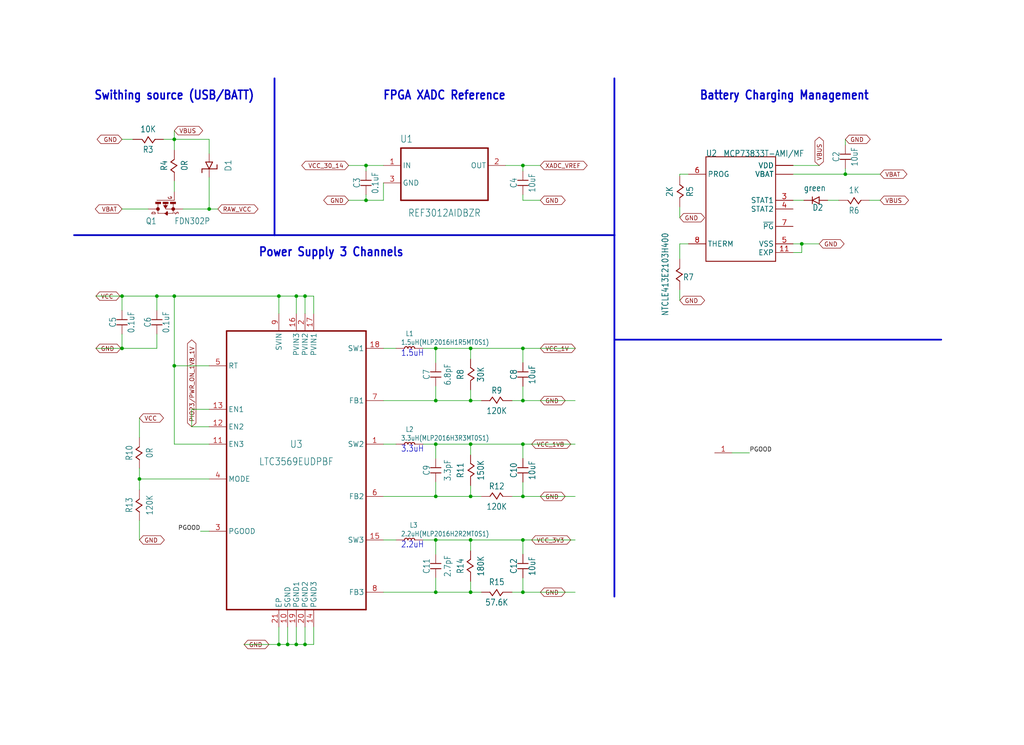
<source format=kicad_sch>
(kicad_sch (version 20250114) (generator "eeschema") (generator_version "9.0")
  (paper "User" 298.45 217.322)
  (lib_symbols
    (symbol "env-eagle-import:CAPACITOR0402"
      (property "Reference" "C" (at 0 1.714 0))
      (symbol "CAPACITOR0402_1_0"
        (polyline (pts (xy -0.762 1.524) (xy -0.762 -1.524)) (stroke (width 0.254)))
        (polyline (pts (xy 0.762 -1.524) (xy 0.762 1.524)) (stroke (width 0.254)))
        (pin bidirectional line (at -3.46 0 0) (length 2.54) (name "P$1") (number "1"))
        (pin bidirectional line (at 3.46 0 180) (length 2.54) (name "P$2") (number "2"))
      )
    )
    (symbol "env-eagle-import:CAPACITOR0603"
      (property "Reference" "C" (at 0 1.714 0))
      (symbol "CAPACITOR0603_1_0"
        (polyline (pts (xy -0.762 1.524) (xy -0.762 -1.524)) (stroke (width 0.254)))
        (polyline (pts (xy 0.762 -1.524) (xy 0.762 1.524)) (stroke (width 0.254)))
        (pin bidirectional line (at -3.46 0 0) (length 2.54) (name "P$1") (number "1"))
        (pin bidirectional line (at 3.46 0 180) (length 2.54) (name "P$2") (number "2"))
      )
    )
    (symbol "env-eagle-import:CAPACITOR0805"
      (property "Reference" "C" (at 0 1.714 0))
      (symbol "CAPACITOR0805_1_0"
        (polyline (pts (xy -0.762 1.524) (xy -0.762 -1.524)) (stroke (width 0.254)))
        (polyline (pts (xy 0.762 -1.524) (xy 0.762 1.524)) (stroke (width 0.254)))
        (pin bidirectional line (at -3.46 0 0) (length 2.54) (name "P$1") (number "1"))
        (pin bidirectional line (at 3.46 0 180) (length 2.54) (name "P$2") (number "2"))
      )
    )
    (symbol "env-eagle-import:FDN302P"
      (property "Reference" "Q" (at 2.5427 0 0))
      (symbol "FDN302P_1_0"
        (polyline (pts (xy -2.54 -2.54) (xy -2.54 2.54)) (stroke (width 0.1524)))
        (rectangle (start -2.0358 -2.9265) (end -1.524 -1.397) (fill (type outline)))
        (rectangle (start -2.0337 1.3982) (end -1.524 2.9209) (fill (type outline)))
        (rectangle (start -2.0323 -0.7621) (end -1.524 0.762) (fill (type outline)))
        (polyline (pts (xy -1.905 -2.2225) (xy 0 -2.2225)) (stroke (width 0.1524)))
        (polyline (pts (xy -1.5875 2.2225) (xy 0 2.2225)) (stroke (width 0.1524)))
        (polyline (pts (xy -1.0795 0) (xy -1.905 0)) (stroke (width 0.1524)))
        (polyline (pts (xy -0.0635 0) (xy -1.0795 0.635) (xy -1.0795 -0.635)) (stroke (width 0.1016)) (fill (type outline)))
        (polyline (pts (xy 0 2.54) (xy 0 2.2225)) (stroke (width 0.1524)))
        (circle (center 0 2.2225) (radius 0.127) (stroke (width 0.4064)))
        (polyline (pts (xy 0 2.2225) (xy 1.27 2.2225)) (stroke (width 0.1524)))
        (polyline (pts (xy 0 0) (xy 0 -2.2225)) (stroke (width 0.1524)))
        (polyline (pts (xy 0 -2.2225) (xy 0 -2.54)) (stroke (width 0.1524)))
        (circle (center 0 -2.2225) (radius 0.127) (stroke (width 0.4064)))
        (polyline (pts (xy 1.27 2.2225) (xy 1.27 -2.2225)) (stroke (width 0.1524)))
        (polyline (pts (xy 1.27 0.3175) (xy 1.778 -0.4445) (xy 0.762 -0.4445)) (stroke (width 0.1524)) (fill (type outline)))
        (polyline (pts (xy 1.27 -2.2225) (xy 0 -2.2225)) (stroke (width 0.1524)))
        (rectangle (start 1.778 -0.3174) (end 0.7632 -0.5723) (fill (type outline)))
        (text "G" (at -3.8139 -1.9069 0) (effects (font (size 1.017 0.8644)) (justify left bottom)))
        (text "D" (at 0.6357 2.8607 0) (effects (font (size 1.0171 0.8645)) (justify left bottom)))
        (text "S" (at 0.636 -3.8164 0) (effects (font (size 1.0177 0.865)) (justify left bottom)))
        (pin passive line (at -5.08 -2.54 0) (length 2.54) (name "G") (number "1"))
        (pin passive line (at 0 5.08 270) (length 2.54) (name "D") (number "3"))
        (pin passive line (at 0 -5.08 90) (length 2.54) (name "S") (number "2"))
      )
    )
    (symbol "env-eagle-import:INDUCTORDFE201612E-R33M=P2"
      (property "Reference" "L" (at 0 3.54 0))
      (symbol "INDUCTORDFE201612E-R33M=P2_1_0"
        (arc (start -1.5 0) (mid -1 0.5) (end -0.5 0) (stroke (width 0.254)))
        (arc (start -0.5 0) (mid 0 0.5) (end 0.5 0) (stroke (width 0.254)))
        (arc (start 0.5 0) (mid 1 0.5) (end 1.5 0) (stroke (width 0.254)))
        (pin bidirectional line (at -3.96 0 0) (length 2.54) (name "P$1") (number "1"))
        (pin bidirectional line (at 3.96 0 180) (length 2.54) (name "P$2") (number "2"))
      )
    )
    (symbol "env-eagle-import:LED0402"
      (property "Reference" "D" (at -3 2 0))
      (symbol "LED0402_1_0"
        (polyline (pts (xy -1 1) (xy -1 -1)) (stroke (width 0.254)))
        (polyline (pts (xy -1 -1) (xy 1 0)) (stroke (width 0.254)))
        (polyline (pts (xy 1 1) (xy 1 0)) (stroke (width 0.254)))
        (polyline (pts (xy 1 0) (xy -1 1)) (stroke (width 0.254)))
        (polyline (pts (xy 1 0) (xy 1 -1)) (stroke (width 0.254)))
        (pin bidirectional line (at -3.46 0 0) (length 2.54) (name "1") (number "1"))
        (pin bidirectional line (at 3.46 0 180) (length 2.54) (name "2") (number "2"))
      )
    )
    (symbol "env-eagle-import:LTC3569EUDPBF"
      (property "Reference" "U" (at 0 2.54 0))
      (symbol "LTC3569EUDPBF_1_0"
        (polyline (pts (xy -20.32 35.56) (xy -20.32 -45.72)) (stroke (width 0.4064)))
        (polyline (pts (xy -20.32 -45.72) (xy 20.32 -45.72)) (stroke (width 0.4064)))
        (polyline (pts (xy 20.32 35.56) (xy -20.32 35.56)) (stroke (width 0.4064)))
        (polyline (pts (xy 20.32 -45.72) (xy 20.32 35.56)) (stroke (width 0.4064)))
        (pin passive line (at -25.4 25.4 0) (length 5.08) (name "RT") (number "5"))
        (pin input line (at -25.4 12.7 0) (length 5.08) (name "EN1") (number "13"))
        (pin input line (at -25.4 7.62 0) (length 5.08) (name "EN2") (number "12"))
        (pin input line (at -25.4 2.54 0) (length 5.08) (name "EN3") (number "11"))
        (pin input line (at -25.4 -7.62 0) (length 5.08) (name "MODE") (number "4"))
        (pin output line (at -25.4 -22.86 0) (length 5.08) (name "PGOOD") (number "3"))
        (pin power_in line (at -5.08 40.64 270) (length 5.08) (name "SVIN") (number "9"))
        (pin passive line (at -5.08 -50.8 90) (length 5.08) (name "EP") (number "21"))
        (pin passive line (at -2.54 -50.8 90) (length 5.08) (name "SGND") (number "10"))
        (pin power_in line (at 0 40.64 270) (length 5.08) (name "PVIN3") (number "16"))
        (pin passive line (at 0 -50.8 90) (length 5.08) (name "PGND1") (number "19"))
        (pin power_in line (at 2.54 40.64 270) (length 5.08) (name "PVIN2") (number "2"))
        (pin passive line (at 2.54 -50.8 90) (length 5.08) (name "PGND2") (number "20"))
        (pin power_in line (at 5.08 40.64 270) (length 5.08) (name "PVIN1") (number "17"))
        (pin passive line (at 5.08 -50.8 90) (length 5.08) (name "PGND3") (number "14"))
        (pin passive line (at 25.4 30.48 180) (length 5.08) (name "SW1") (number "18"))
        (pin input line (at 25.4 15.24 180) (length 5.08) (name "FB1") (number "7"))
        (pin passive line (at 25.4 2.54 180) (length 5.08) (name "SW2") (number "1"))
        (pin input line (at 25.4 -12.7 180) (length 5.08) (name "FB2") (number "6"))
        (pin passive line (at 25.4 -25.4 180) (length 5.08) (name "SW3") (number "15"))
        (pin input line (at 25.4 -40.64 180) (length 5.08) (name "FB3") (number "8"))
      )
    )
    (symbol "env-eagle-import:MCP73833T-AMI/MF"
      (property "Reference" "U" (at -10.1768 15.2652 0))
      (symbol "MCP73833T-AMI/MF_1_0"
        (polyline (pts (xy -10.16 15.24) (xy 10.16 15.24)) (stroke (width 0.254)))
        (polyline (pts (xy -10.16 -15.24) (xy -10.16 15.24)) (stroke (width 0.254)))
        (polyline (pts (xy 10.16 15.24) (xy 10.16 -15.24)) (stroke (width 0.254)))
        (polyline (pts (xy 10.16 -15.24) (xy -10.16 -15.24)) (stroke (width 0.254)))
        (pin bidirectional line (at -15.24 10.16 0) (length 5.08) (name "PROG") (number "6"))
        (pin bidirectional line (at -15.24 -10.16 0) (length 5.08) (name "THERM") (number "8"))
        (pin bidirectional line (at 15.24 12.7 180) (length 5.08) (name "VDD") (number "1"))
        (pin bidirectional line (at 15.24 12.7 180) (length 5.08) (name "VDD") (number "2"))
        (pin bidirectional line (at 15.24 10.16 180) (length 5.08) (name "VBAT") (number "10"))
        (pin bidirectional line (at 15.24 10.16 180) (length 5.08) (name "VBAT") (number "9"))
        (pin bidirectional line (at 15.24 2.54 180) (length 5.08) (name "STAT1") (number "3"))
        (pin bidirectional line (at 15.24 0 180) (length 5.08) (name "STAT2") (number "4"))
        (pin bidirectional line (at 15.24 -5.08 180) (length 5.08) (name "~{PG}") (number "7"))
        (pin bidirectional line (at 15.24 -10.16 180) (length 5.08) (name "VSS") (number "5"))
        (pin bidirectional line (at 15.24 -12.7 180) (length 5.08) (name "EXP") (number "11"))
      )
    )
    (symbol "env-eagle-import:REF3012AIDBZR"
      (property "Reference" "U" (at -5.3697 11.6762 0))
      (symbol "REF3012AIDBZR_1_0"
        (polyline (pts (xy -12.7 7.62) (xy -12.7 -7.62)) (stroke (width 0.4064)))
        (polyline (pts (xy -12.7 -7.62) (xy 12.7 -7.62)) (stroke (width 0.4064)))
        (polyline (pts (xy 12.7 7.62) (xy -12.7 7.62)) (stroke (width 0.4064)))
        (polyline (pts (xy 12.7 -7.62) (xy 12.7 7.62)) (stroke (width 0.4064)))
        (pin bidirectional line (at -17.78 2.54 0) (length 5.08) (name "IN") (number "1"))
        (pin bidirectional line (at -17.78 -2.54 0) (length 5.08) (name "GND") (number "3"))
        (pin output line (at 17.78 2.54 180) (length 5.08) (name "OUT") (number "2"))
      )
    )
    (symbol "env-eagle-import:RESISTORSMD_0402"
      (property "Reference" "R" (at 0 2 0))
      (symbol "RESISTORSMD_0402_1_0"
        (polyline (pts (xy -2 0) (xy -1.27 1.016)) (stroke (width 0.254)))
        (polyline (pts (xy -1.27 1.016) (xy 0 -0.762)) (stroke (width 0.254)))
        (polyline (pts (xy 0 -0.762) (xy 1.016 1.016)) (stroke (width 0.254)))
        (polyline (pts (xy 1.016 1.016) (xy 1.778 0)) (stroke (width 0.254)))
        (pin bidirectional line (at -4.46 0 0) (length 2.54) (name "1") (number "1"))
        (pin bidirectional line (at 4.46 0 180) (length 2.54) (name "2") (number "2"))
      )
    )
    (symbol "env-eagle-import:RESISTORTHT_THERMAL"
      (property "Reference" "R" (at 0 2 0))
      (symbol "RESISTORTHT_THERMAL_1_0"
        (polyline (pts (xy -2 0) (xy -1.27 1.016)) (stroke (width 0.254)))
        (polyline (pts (xy -1.27 1.016) (xy 0 -0.762)) (stroke (width 0.254)))
        (polyline (pts (xy 0 -0.762) (xy 1.016 1.016)) (stroke (width 0.254)))
        (polyline (pts (xy 1.016 1.016) (xy 1.778 0)) (stroke (width 0.254)))
        (pin bidirectional line (at -4.46 0 0) (length 2.54) (name "1") (number "P$1"))
        (pin bidirectional line (at 4.46 0 180) (length 2.54) (name "2") (number "P$2"))
      )
    )
    (symbol "env-eagle-import:SCHOTTKY_DIODEB5817W"
      (property "Reference" "D" (at 0 4.54 0))
      (symbol "SCHOTTKY_DIODEB5817W_1_0"
        (polyline (pts (xy -1 1) (xy -1 -1)) (stroke (width 0.254)))
        (polyline (pts (xy -1 -1) (xy 1 0)) (stroke (width 0.254)))
        (polyline (pts (xy 1 2.3) (xy -0.2 2.3)) (stroke (width 0.254)))
        (polyline (pts (xy 1 0) (xy -1 1)) (stroke (width 0.254)))
        (polyline (pts (xy 1 0) (xy 1 2.3)) (stroke (width 0.254)))
        (polyline (pts (xy 1 0) (xy 1 -2.1)) (stroke (width 0.254)))
        (polyline (pts (xy 1 -2.1) (xy 2.1 -2.1)) (stroke (width 0.254)))
        (pin bidirectional line (at -3.46 0 0) (length 2.54) (name "A") (number "2"))
        (pin bidirectional line (at 3.46 0 180) (length 2.54) (name "C") (number "1"))
      )
    )
    (symbol "env-eagle-import:TEST_POINTSMD"
      (symbol "TEST_POINTSMD_1_0"
        (pin bidirectional line (at -5.08 0 0) (length 5.08) (name ">NAME") (number "1"))
      )
    )
  )
  (text "3.3uH" (at 116.84 132.08 0) (effects (font (size 1.778 1.5113)) (justify left bottom)))
  (text "2.2uH" (at 116.84 160.02 0) (effects (font (size 1.778 1.5113)) (justify left bottom)))
  (text "FPGA XADC Reference" (at 129.54 27.94 0) (effects (font (size 2.54 2.159) (thickness 0.4318) (bold yes))))
  (text "Swithing source (USB/BATT)" (at 50.8 27.94 0) (effects (font (size 2.54 2.159) (thickness 0.4318) (bold yes))))
  (text "1.5uH" (at 116.84 104.14 0) (effects (font (size 1.778 1.5113)) (justify left bottom)))
  (text "Power Supply 3 Channels" (at 96.52 73.66 0) (effects (font (size 2.54 2.159) (thickness 0.4318) (bold yes))))
  (text "Battery Charging Management" (at 228.6 27.94 0) (effects (font (size 2.54 2.159) (thickness 0.4318) (bold yes))))
  (junction (at 83.82 187.96))
  (junction (at 127 116.84))
  (junction (at 152.4 129.54))
  (junction (at 137.16 172.72))
  (junction (at 127 157.48))
  (junction (at 50.8 106.68))
  (junction (at 137.16 144.78))
  (junction (at 35.56 101.6))
  (junction (at 106.68 48.26))
  (junction (at 127 129.54))
  (junction (at 152.4 157.48))
  (junction (at 40.64 139.7))
  (junction (at 137.16 157.48))
  (junction (at 127 172.72))
  (junction (at 88.9 86.36))
  (junction (at 152.4 101.6))
  (junction (at 106.68 58.42))
  (junction (at 50.8 86.36))
  (junction (at 127 144.78))
  (junction (at 152.4 144.78))
  (junction (at 86.36 187.96))
  (junction (at 137.16 116.84))
  (junction (at 60.96 60.96))
  (junction (at 152.4 48.26))
  (junction (at 81.28 86.36))
  (junction (at 127 101.6))
  (junction (at 152.4 172.72))
  (junction (at 137.16 101.6))
  (junction (at 81.28 187.96))
  (junction (at 246.38 50.8))
  (junction (at 233.68 71.12))
  (junction (at 152.4 116.84))
  (junction (at 45.72 86.36))
  (junction (at 35.56 86.36))
  (junction (at 86.36 86.36))
  (junction (at 88.9 187.96))
  (junction (at 50.8 40.64))
  (junction (at 137.16 129.54))
  (wire (pts (xy 246.38 49.18) (xy 246.38 50.8)) (stroke (width 0.1524)))
  (wire (pts (xy 152.4 101.6) (xy 167.64 101.6)) (stroke (width 0.1524)))
  (wire (pts (xy 86.36 182.88) (xy 86.36 187.96)) (stroke (width 0.1524)))
  (wire (pts (xy 50.8 86.36) (xy 81.28 86.36)) (stroke (width 0.1524)))
  (wire (pts (xy 60.96 119.38) (xy 55.88 119.38)) (stroke (width 0.1524)))
  (wire (pts (xy 198.12 60.34) (xy 198.12 63.5)) (stroke (width 0.1524)))
  (wire (pts (xy 50.8 40.64) (xy 47.64 40.64)) (stroke (width 0.1524)))
  (wire (pts (xy 81.28 182.88) (xy 81.28 187.96)) (stroke (width 0.1524)))
  (wire (pts (xy 88.9 187.96) (xy 86.36 187.96)) (stroke (width 0.1524)))
  (wire (pts (xy 137.16 132.7) (xy 137.16 129.54)) (stroke (width 0.1524)))
  (wire (pts (xy 40.64 151.78) (xy 40.64 157.48)) (stroke (width 0.1524)))
  (wire (pts (xy 152.4 48.26) (xy 157.48 48.26)) (stroke (width 0.1524)))
  (wire (pts (xy 127 161.64) (xy 127 157.48)) (stroke (width 0.1524)))
  (wire (pts (xy 137.16 113.68) (xy 137.16 116.84)) (stroke (width 0.1524)))
  (wire (pts (xy 60.96 60.96) (xy 60.96 51.72)) (stroke (width 0.1524)))
  (wire (pts (xy 231.14 50.8) (xy 246.38 50.8)) (stroke (width 0.1524)))
  (wire (pts (xy 127 144.78) (xy 111.76 144.78)) (stroke (width 0.1524)))
  (wire (pts (xy 83.82 182.88) (xy 83.82 187.96)) (stroke (width 0.1524)))
  (wire (pts (xy 127 140.62) (xy 127 144.78)) (stroke (width 0.1524)))
  (wire (pts (xy 137.16 116.84) (xy 140.32 116.84)) (stroke (width 0.1524)))
  (wire (pts (xy 137.16 101.6) (xy 152.4 101.6)) (stroke (width 0.1524)))
  (wire (pts (xy 83.82 187.96) (xy 81.28 187.96)) (stroke (width 0.1524)))
  (wire (pts (xy 60.96 106.68) (xy 50.8 106.68)) (stroke (width 0.1524)))
  (wire (pts (xy 91.44 182.88) (xy 91.44 187.96)) (stroke (width 0.1524)))
  (wire (pts (xy 111.76 53.34) (xy 111.76 58.42)) (stroke (width 0.1524)))
  (wire (pts (xy 137.16 141.62) (xy 137.16 144.78)) (stroke (width 0.1524)))
  (wire (pts (xy 152.4 56.8) (xy 152.4 58.42)) (stroke (width 0.1524)))
  (wire (pts (xy 198.12 84.47) (xy 198.12 87.63)) (stroke (width 0.1524)))
  (wire (pts (xy 60.96 139.7) (xy 40.64 139.7)) (stroke (width 0.1524)))
  (wire (pts (xy 241.22 58.42) (xy 244.46 58.42)) (stroke (width 0.1524)))
  (wire (pts (xy 198.12 71.12) (xy 200.66 71.12)) (stroke (width 0.1524)))
  (wire (pts (xy 137.16 129.54) (xy 152.4 129.54)) (stroke (width 0.1524)))
  (wire (pts (xy 152.4 116.84) (xy 167.64 116.84)) (stroke (width 0.1524)))
  (wire (pts (xy 152.4 144.78) (xy 167.64 144.78)) (stroke (width 0.1524)))
  (wire (pts (xy 60.96 60.96) (xy 63.5 60.96)) (stroke (width 0.1524)))
  (polyline (pts (xy 80.01 68.58) (xy 80.01 22.86)) (stroke (width 0.508) (type solid)))
  (wire (pts (xy 50.8 106.68) (xy 50.8 86.36)) (stroke (width 0.1524)))
  (wire (pts (xy 106.68 48.26) (xy 101.6 48.26)) (stroke (width 0.1524)))
  (wire (pts (xy 123.34 129.54) (xy 127 129.54)) (stroke (width 0.1524)))
  (wire (pts (xy 35.56 86.36) (xy 45.72 86.36)) (stroke (width 0.1524)))
  (wire (pts (xy 35.56 90.52) (xy 35.56 86.36)) (stroke (width 0.1524)))
  (wire (pts (xy 60.96 44.8) (xy 60.96 40.64)) (stroke (width 0.1524)))
  (wire (pts (xy 50.8 43.8) (xy 50.8 40.64)) (stroke (width 0.1524)))
  (wire (pts (xy 231.14 73.66) (xy 233.68 73.66)) (stroke (width 0.1524)))
  (wire (pts (xy 152.4 58.42) (xy 157.48 58.42)) (stroke (width 0.1524)))
  (wire (pts (xy 88.9 182.88) (xy 88.9 187.96)) (stroke (width 0.1524)))
  (wire (pts (xy 35.56 101.6) (xy 27.94 101.6)) (stroke (width 0.1524)))
  (wire (pts (xy 137.16 144.78) (xy 140.32 144.78)) (stroke (width 0.1524)))
  (wire (pts (xy 152.4 172.72) (xy 149.24 172.72)) (stroke (width 0.1524)))
  (wire (pts (xy 53.34 60.96) (xy 60.96 60.96)) (stroke (width 0.1524)))
  (wire (pts (xy 127 133.7) (xy 127 129.54)) (stroke (width 0.1524)))
  (wire (pts (xy 106.68 49.88) (xy 106.68 48.26)) (stroke (width 0.1524)))
  (wire (pts (xy 233.68 71.12) (xy 238.76 71.12)) (stroke (width 0.1524)))
  (wire (pts (xy 152.4 172.72) (xy 167.64 172.72)) (stroke (width 0.1524)))
  (wire (pts (xy 140.32 172.72) (xy 137.16 172.72)) (stroke (width 0.1524)))
  (wire (pts (xy 152.4 133.7) (xy 152.4 129.54)) (stroke (width 0.1524)))
  (wire (pts (xy 198.12 75.55) (xy 198.12 71.12)) (stroke (width 0.1524)))
  (wire (pts (xy 127 144.78) (xy 137.16 144.78)) (stroke (width 0.1524)))
  (wire (pts (xy 198.12 51.42) (xy 198.12 50.8)) (stroke (width 0.1524)))
  (wire (pts (xy 137.16 104.76) (xy 137.16 101.6)) (stroke (width 0.1524)))
  (wire (pts (xy 147.32 48.26) (xy 152.4 48.26)) (stroke (width 0.1524)))
  (wire (pts (xy 91.44 86.36) (xy 91.44 91.44)) (stroke (width 0.1524)))
  (wire (pts (xy 88.9 86.36) (xy 91.44 86.36)) (stroke (width 0.1524)))
  (wire (pts (xy 137.16 172.72) (xy 127 172.72)) (stroke (width 0.1524)))
  (wire (pts (xy 127 112.68) (xy 127 116.84)) (stroke (width 0.1524)))
  (wire (pts (xy 231.14 48.26) (xy 238.76 48.26)) (stroke (width 0.1524)))
  (wire (pts (xy 152.4 105.76) (xy 152.4 101.6)) (stroke (width 0.1524)))
  (wire (pts (xy 152.4 129.54) (xy 167.64 129.54)) (stroke (width 0.1524)))
  (wire (pts (xy 233.68 73.66) (xy 233.68 71.12)) (stroke (width 0.1524)))
  (wire (pts (xy 152.4 112.68) (xy 152.4 116.84)) (stroke (width 0.1524)))
  (wire (pts (xy 198.12 50.8) (xy 200.66 50.8)) (stroke (width 0.1524)))
  (polyline (pts (xy 80.01 68.58) (xy 179.07 68.58)) (stroke (width 0.508) (type solid)))
  (wire (pts (xy 55.88 124.46) (xy 55.88 119.38)) (stroke (width 0.1524)))
  (wire (pts (xy 45.72 90.52) (xy 45.72 86.36)) (stroke (width 0.1524)))
  (wire (pts (xy 231.14 71.12) (xy 233.68 71.12)) (stroke (width 0.1524)))
  (wire (pts (xy 43.18 60.96) (xy 35.56 60.96)) (stroke (width 0.1524)))
  (wire (pts (xy 35.56 86.36) (xy 27.94 86.36)) (stroke (width 0.1524)))
  (wire (pts (xy 60.96 124.46) (xy 55.88 124.46)) (stroke (width 0.1524)))
  (wire (pts (xy 231.14 58.42) (xy 234.3 58.42)) (stroke (width 0.1524)))
  (wire (pts (xy 81.28 91.44) (xy 81.28 86.36)) (stroke (width 0.1524)))
  (wire (pts (xy 115.42 157.48) (xy 111.76 157.48)) (stroke (width 0.1524)))
  (wire (pts (xy 127 157.48) (xy 123.34 157.48)) (stroke (width 0.1524)))
  (wire (pts (xy 123.34 101.6) (xy 127 101.6)) (stroke (width 0.1524)))
  (wire (pts (xy 45.72 101.6) (xy 35.56 101.6)) (stroke (width 0.1524)))
  (wire (pts (xy 81.28 187.96) (xy 71.12 187.96)) (stroke (width 0.1524)))
  (wire (pts (xy 86.36 187.96) (xy 83.82 187.96)) (stroke (width 0.1524)))
  (wire (pts (xy 127 105.76) (xy 127 101.6)) (stroke (width 0.1524)))
  (wire (pts (xy 152.4 168.56) (xy 152.4 172.72)) (stroke (width 0.1524)))
  (wire (pts (xy 149.24 144.78) (xy 152.4 144.78)) (stroke (width 0.1524)))
  (wire (pts (xy 86.36 86.36) (xy 88.9 86.36)) (stroke (width 0.1524)))
  (wire (pts (xy 137.16 116.84) (xy 127 116.84)) (stroke (width 0.1524)))
  (polyline (pts (xy 179.07 68.58) (xy 179.07 22.86)) (stroke (width 0.508) (type solid)))
  (wire (pts (xy 137.16 160.64) (xy 137.16 157.48)) (stroke (width 0.1524)))
  (wire (pts (xy 35.56 97.44) (xy 35.56 101.6)) (stroke (width 0.1524)))
  (wire (pts (xy 86.36 91.44) (xy 86.36 86.36)) (stroke (width 0.1524)))
  (wire (pts (xy 152.4 157.48) (xy 137.16 157.48)) (stroke (width 0.1524)))
  (wire (pts (xy 149.24 116.84) (xy 152.4 116.84)) (stroke (width 0.1524)))
  (wire (pts (xy 111.76 172.72) (xy 127 172.72)) (stroke (width 0.1524)))
  (wire (pts (xy 137.16 169.56) (xy 137.16 172.72)) (stroke (width 0.1524)))
  (polyline (pts (xy 179.07 99.06) (xy 179.07 173.99)) (stroke (width 0.508) (type solid)))
  (wire (pts (xy 38.72 40.64) (xy 35.56 40.64)) (stroke (width 0.1524)))
  (polyline (pts (xy 179.07 68.58) (xy 179.07 99.06)) (stroke (width 0.508) (type solid)))
  (wire (pts (xy 106.68 58.42) (xy 101.6 58.42)) (stroke (width 0.1524)))
  (polyline (pts (xy 179.07 99.06) (xy 274.32 99.06)) (stroke (width 0.508) (type solid)))
  (wire (pts (xy 60.96 154.94) (xy 58.42 154.94)) (stroke (width 0.1524)))
  (wire (pts (xy 213.36 132.08) (xy 218.44 132.08)) (stroke (width 0.1524)))
  (wire (pts (xy 152.4 140.62) (xy 152.4 144.78)) (stroke (width 0.1524)))
  (wire (pts (xy 152.4 157.48) (xy 167.64 157.48)) (stroke (width 0.1524)))
  (wire (pts (xy 50.8 106.68) (xy 50.8 129.54)) (stroke (width 0.1524)))
  (wire (pts (xy 40.64 139.7) (xy 40.64 136.54)) (stroke (width 0.1524)))
  (wire (pts (xy 40.64 127.62) (xy 40.64 121.92)) (stroke (width 0.1524)))
  (wire (pts (xy 137.16 157.48) (xy 127 157.48)) (stroke (width 0.1524)))
  (wire (pts (xy 115.42 101.6) (xy 111.76 101.6)) (stroke (width 0.1524)))
  (wire (pts (xy 60.96 40.64) (xy 50.8 40.64)) (stroke (width 0.1524)))
  (wire (pts (xy 45.72 86.36) (xy 50.8 86.36)) (stroke (width 0.1524)))
  (wire (pts (xy 40.64 139.7) (xy 40.64 142.86)) (stroke (width 0.1524)))
  (wire (pts (xy 50.8 38.1) (xy 50.8 40.64)) (stroke (width 0.1524)))
  (wire (pts (xy 81.28 86.36) (xy 86.36 86.36)) (stroke (width 0.1524)))
  (wire (pts (xy 106.68 56.8) (xy 106.68 58.42)) (stroke (width 0.1524)))
  (wire (pts (xy 152.4 161.64) (xy 152.4 157.48)) (stroke (width 0.1524)))
  (wire (pts (xy 111.76 48.26) (xy 106.68 48.26)) (stroke (width 0.1524)))
  (wire (pts (xy 45.72 97.44) (xy 45.72 101.6)) (stroke (width 0.1524)))
  (wire (pts (xy 50.8 55.88) (xy 50.8 52.72)) (stroke (width 0.1524)))
  (wire (pts (xy 127 101.6) (xy 137.16 101.6)) (stroke (width 0.1524)))
  (polyline (pts (xy 21.59 68.58) (xy 80.01 68.58)) (stroke (width 0.508) (type solid)))
  (wire (pts (xy 152.4 49.88) (xy 152.4 48.26)) (stroke (width 0.1524)))
  (wire (pts (xy 246.38 50.8) (xy 256.54 50.8)) (stroke (width 0.1524)))
  (wire (pts (xy 253.38 58.42) (xy 256.54 58.42)) (stroke (width 0.1524)))
  (wire (pts (xy 127 116.84) (xy 111.76 116.84)) (stroke (width 0.1524)))
  (wire (pts (xy 60.96 129.54) (xy 50.8 129.54)) (stroke (width 0.1524)))
  (wire (pts (xy 246.38 42.26) (xy 246.38 40.64)) (stroke (width 0.1524)))
  (wire (pts (xy 88.9 91.44) (xy 88.9 86.36)) (stroke (width 0.1524)))
  (wire (pts (xy 127 168.56) (xy 127 172.72)) (stroke (width 0.1524)))
  (wire (pts (xy 115.42 129.54) (xy 111.76 129.54)) (stroke (width 0.1524)))
  (wire (pts (xy 127 129.54) (xy 137.16 129.54)) (stroke (width 0.1524)))
  (wire (pts (xy 111.76 58.42) (xy 106.68 58.42)) (stroke (width 0.1524)))
  (wire (pts (xy 91.44 187.96) (xy 88.9 187.96)) (stroke (width 0.1524)))
  (label "PGOOD" (at 218.44 132.08 0) (effects (font (size 1.2446 1.2446))))
  (label "PGOOD" (at 58.42 154.94 180) (effects (font (size 1.2446 1.2446))))
  (global_label "GND" (shape bidirectional) (at 71.12 187.96 0) (effects (font (size 1.2446 1.2446))) (property "Intersheetrefs" "${INTERSHEET_REFS}" (effects (hide yes))))
  (global_label "VBUS" (shape bidirectional) (at 50.8 38.1 0) (effects (font (size 1.2446 1.2446))) (property "Intersheetrefs" "${INTERSHEET_REFS}" (effects (hide yes))))
  (global_label "VCC_1V8" (shape bidirectional) (at 154.94 129.54 0) (effects (font (size 1.2446 1.2446))) (property "Intersheetrefs" "${INTERSHEET_REFS}" (effects (hide yes))))
  (global_label "GND" (shape bidirectional) (at 157.48 58.42 0) (effects (font (size 1.2446 1.2446))) (property "Intersheetrefs" "${INTERSHEET_REFS}" (effects (hide yes))))
  (global_label "GND" (shape bidirectional) (at 198.12 87.63 0) (effects (font (size 1.2446 1.2446))) (property "Intersheetrefs" "${INTERSHEET_REFS}" (effects (hide yes))))
  (global_label "GND" (shape bidirectional) (at 157.48 172.72 0) (effects (font (size 1.2446 1.2446))) (property "Intersheetrefs" "${INTERSHEET_REFS}" (effects (hide yes))))
  (global_label "VCC_3V3" (shape bidirectional) (at 154.94 157.48 0) (effects (font (size 1.2446 1.2446))) (property "Intersheetrefs" "${INTERSHEET_REFS}" (effects (hide yes))))
  (global_label "VBAT" (shape bidirectional) (at 256.54 50.8 0) (effects (font (size 1.2446 1.2446))) (property "Intersheetrefs" "${INTERSHEET_REFS}" (effects (hide yes))))
  (global_label "VCC" (shape bidirectional) (at 27.94 86.36 0) (effects (font (size 1.2446 1.2446))) (property "Intersheetrefs" "${INTERSHEET_REFS}" (effects (hide yes))))
  (global_label "GND" (shape bidirectional) (at 35.56 40.64 180) (effects (font (size 1.2446 1.2446))) (property "Intersheetrefs" "${INTERSHEET_REFS}" (effects (hide yes))))
  (global_label "PIO23/PWR_ON_1V8_1V" (shape bidirectional) (at 55.88 124.46 90) (effects (font (size 1.2446 1.2446))) (property "Intersheetrefs" "${INTERSHEET_REFS}" (effects (hide yes))))
  (global_label "GND" (shape bidirectional) (at 101.6 58.42 180) (effects (font (size 1.2446 1.2446))) (property "Intersheetrefs" "${INTERSHEET_REFS}" (effects (hide yes))))
  (global_label "VCC" (shape bidirectional) (at 40.64 121.92 0) (effects (font (size 1.2446 1.2446))) (property "Intersheetrefs" "${INTERSHEET_REFS}" (effects (hide yes))))
  (global_label "GND" (shape bidirectional) (at 157.48 116.84 0) (effects (font (size 1.2446 1.2446))) (property "Intersheetrefs" "${INTERSHEET_REFS}" (effects (hide yes))))
  (global_label "GND" (shape bidirectional) (at 238.76 71.12 0) (effects (font (size 1.2446 1.2446))) (property "Intersheetrefs" "${INTERSHEET_REFS}" (effects (hide yes))))
  (global_label "XADC_VREF" (shape bidirectional) (at 157.48 48.26 0) (effects (font (size 1.2446 1.2446))) (property "Intersheetrefs" "${INTERSHEET_REFS}" (effects (hide yes))))
  (global_label "GND" (shape bidirectional) (at 198.12 63.5 0) (effects (font (size 1.2446 1.2446))) (property "Intersheetrefs" "${INTERSHEET_REFS}" (effects (hide yes))))
  (global_label "GND" (shape bidirectional) (at 40.64 157.48 0) (effects (font (size 1.2446 1.2446))) (property "Intersheetrefs" "${INTERSHEET_REFS}" (effects (hide yes))))
  (global_label "GND" (shape bidirectional) (at 157.48 144.78 0) (effects (font (size 1.2446 1.2446))) (property "Intersheetrefs" "${INTERSHEET_REFS}" (effects (hide yes))))
  (global_label "RAW_VCC" (shape bidirectional) (at 63.5 60.96 0) (effects (font (size 1.2446 1.2446))) (property "Intersheetrefs" "${INTERSHEET_REFS}" (effects (hide yes))))
  (global_label "GND" (shape bidirectional) (at 246.38 40.64 0) (effects (font (size 1.2446 1.2446))) (property "Intersheetrefs" "${INTERSHEET_REFS}" (effects (hide yes))))
  (global_label "VBUS" (shape bidirectional) (at 238.76 48.26 90) (effects (font (size 1.2446 1.2446))) (property "Intersheetrefs" "${INTERSHEET_REFS}" (effects (hide yes))))
  (global_label "VBAT" (shape bidirectional) (at 35.56 60.96 180) (effects (font (size 1.2446 1.2446))) (property "Intersheetrefs" "${INTERSHEET_REFS}" (effects (hide yes))))
  (global_label "GND" (shape bidirectional) (at 27.94 101.6 0) (effects (font (size 1.2446 1.2446))) (property "Intersheetrefs" "${INTERSHEET_REFS}" (effects (hide yes))))
  (global_label "VBUS" (shape bidirectional) (at 256.54 58.42 0) (effects (font (size 1.2446 1.2446))) (property "Intersheetrefs" "${INTERSHEET_REFS}" (effects (hide yes))))
  (global_label "VCC_1V" (shape bidirectional) (at 157.48 101.6 0) (effects (font (size 1.2446 1.2446))) (property "Intersheetrefs" "${INTERSHEET_REFS}" (effects (hide yes))))
  (global_label "VCC_30_14" (shape bidirectional) (at 101.6 48.26 180) (effects (font (size 1.2446 1.2446))) (property "Intersheetrefs" "${INTERSHEET_REFS}" (effects (hide yes))))
  (symbol (lib_id "env-eagle-import:TEST_POINTSMD") (at 208.28 132.08 180) (unit 1)
    (property "Reference" "TP2" (effects (hide yes)))
    (property "Value" "TEST_POINTSMD" (effects (hide yes)))
    (property "Footprint" "env:SMD_PAD" (effects (hide yes)))
  )
  (symbol (lib_id "env-eagle-import:CAPACITOR0603") (at 152.4 53.34 90) (unit 1)
    (property "Reference" "C4" (at 150.686 53.34 0) (effects (font (size 1.778 1.5113)) (justify bottom)))
    (property "Value" "10uF" (at 154.114 53.34 0) (effects (font (size 1.778 1.5113)) (justify top)))
    (property "Footprint" "env:CAPC1608-0603" (effects (hide yes)))
    (property "OC_NEWARK" "unknown" (effects (hide yes)))
  )
  (symbol (lib_id "env-eagle-import:FDN302P") (at 48.26 60.96 90) (mirror x) (unit 1)
    (property "Reference" "Q1" (at 45.7172 63.5 90) (effects (font (size 1.7799 1.5129)) (justify left top)))
    (property "Value" "FDN302P" (at 50.8024 63.4976 90) (effects (font (size 1.7797 1.5127)) (justify right top)))
    (property "Footprint" "env:SSOT-3" (effects (hide yes)))
    (property "OC_NEWARK" "unknown" (effects (hide yes)))
  )
  (symbol (lib_id "env-eagle-import:MCP73833T-AMI/MF") (at 215.9 60.96 0) (unit 1)
    (property "Reference" "U2" (at 205.7232 45.6948 0) (effects (font (size 1.7809 1.5137)) (justify left bottom)))
    (property "Value" "MCP73833T-AMI/MF" (at 210.7994 45.7561 0) (effects (font (size 1.7816 1.5143)) (justify left bottom)))
    (property "Footprint" "env:DFN-10(3X3X0.9)" (effects (hide yes)))
    (property "OC_NEWARK" "unknown" (effects (hide yes)))
  )
  (symbol (lib_id "env-eagle-import:RESISTORSMD_0402") (at 248.92 58.42 180) (unit 1)
    (property "Reference" "R6" (at 248.92 60.42 0) (effects (font (size 1.778 1.5113)) (justify bottom)))
    (property "Value" "1K" (at 248.92 56.42 0) (effects (font (size 1.778 1.5113)) (justify top)))
    (property "Footprint" "env:0402" (effects (hide yes)))
    (property "OC_NEWARK" "unknown" (effects (hide yes)))
  )
  (symbol (lib_id "env-eagle-import:INDUCTORDFE201612E-R33M=P2") (at 119.38 157.48 0) (mirror y) (unit 1)
    (property "Reference" "L3" (at 119.38 153.94 0) (effects (font (size 1.4224 1.209)) (justify right bottom)))
    (property "Value" "2.2uH(MLP2016H2R2MT0S1)" (at 116.84 156.48 0) (effects (font (size 1.4224 1.209)) (justify right bottom)))
    (property "Footprint" "env:INDC2016X120N" (effects (hide yes)))
    (property "OC_NEWARK" "unknown" (effects (hide yes)))
  )
  (symbol (lib_id "env-eagle-import:RESISTORTHT_THERMAL") (at 198.12 80.01 90) (unit 1)
    (property "Reference" "R7" (at 200.66 81.82 90) (effects (font (size 1.778 1.5113)) (justify top)))
    (property "Value" "NTCLE413E2103H400" (at 194.85 80.01 0) (effects (font (size 1.778 1.5113)) (justify bottom)))
    (property "Footprint" "env:THT_2" (effects (hide yes)))
    (property "OC_NEWARK" "unknown" (effects (hide yes)))
  )
  (symbol (lib_id "env-eagle-import:RESISTORSMD_0402") (at 40.64 132.08 90) (unit 1)
    (property "Reference" "R10" (at 38.64 132.08 0) (effects (font (size 1.778 1.5113)) (justify bottom)))
    (property "Value" "0R" (at 42.64 132.08 0) (effects (font (size 1.778 1.5113)) (justify top)))
    (property "Footprint" "env:0402" (effects (hide yes)))
    (property "OC_NEWARK" "unknown" (effects (hide yes)))
  )
  (symbol (lib_id "env-eagle-import:RESISTORSMD_0402") (at 43.18 40.64 180) (unit 1)
    (property "Reference" "R3" (at 43.18 42.64 0) (effects (font (size 1.778 1.5113)) (justify bottom)))
    (property "Value" "10K" (at 43.18 38.64 0) (effects (font (size 1.778 1.5113)) (justify top)))
    (property "Footprint" "env:0402" (effects (hide yes)))
    (property "OC_NEWARK" "unknown" (effects (hide yes)))
  )
  (symbol (lib_id "env-eagle-import:CAPACITOR0603") (at 152.4 137.16 270) (unit 1)
    (property "Reference" "C10" (at 150.686 137.16 0) (effects (font (size 1.778 1.5113)) (justify top)))
    (property "Value" "10uF" (at 154.114 137.16 0) (effects (font (size 1.778 1.5113)) (justify bottom)))
    (property "Footprint" "env:CAPC1608-0603" (effects (hide yes)))
    (property "OC_NEWARK" "unknown" (effects (hide yes)))
  )
  (symbol (lib_id "env-eagle-import:SCHOTTKY_DIODEB5817W") (at 60.96 48.26 270) (unit 1)
    (property "Reference" "D1" (at 65.5 48.26 0) (effects (font (size 1.778 1.778)) (justify bottom)))
    (property "Value" "DIODEB5817W" (effects (hide yes)))
    (property "Footprint" "env:SOD-123" (effects (hide yes)))
    (property "OC_NEWARK" "unknown" (effects (hide yes)))
  )
  (symbol (lib_id "env-eagle-import:CAPACITOR0603") (at 35.56 93.98 270) (unit 1)
    (property "Reference" "C5" (at 33.846 93.98 0) (effects (font (size 1.778 1.5113)) (justify top)))
    (property "Value" "0.1uF" (at 37.274 93.98 0) (effects (font (size 1.778 1.5113)) (justify bottom)))
    (property "Footprint" "env:CAPC1608-0603" (effects (hide yes)))
    (property "OC_NEWARK" "unknown" (effects (hide yes)))
  )
  (symbol (lib_id "env-eagle-import:CAPACITOR0402") (at 127 165.1 90) (mirror x) (unit 1)
    (property "Reference" "C11" (at 125.286 165.1 0) (effects (font (size 1.778 1.5113)) (justify bottom)))
    (property "Value" "2.7pF" (at 129.476 165.1 0) (effects (font (size 1.778 1.5113)) (justify top)))
    (property "Footprint" "env:0402" (effects (hide yes)))
    (property "OC_NEWARK" "unknown" (effects (hide yes)))
  )
  (symbol (lib_id "env-eagle-import:RESISTORSMD_0402") (at 144.78 116.84 0) (unit 1)
    (property "Reference" "R9" (at 144.78 114.84 0) (effects (font (size 1.778 1.5113)) (justify bottom)))
    (property "Value" "120K" (at 144.78 118.84 0) (effects (font (size 1.778 1.5113)) (justify top)))
    (property "Footprint" "env:0402" (effects (hide yes)))
    (property "OC_NEWARK" "unknown" (effects (hide yes)))
  )
  (symbol (lib_id "env-eagle-import:CAPACITOR0603") (at 45.72 93.98 270) (unit 1)
    (property "Reference" "C6" (at 44.006 93.98 0) (effects (font (size 1.778 1.5113)) (justify top)))
    (property "Value" "0.1uF" (at 47.434 93.98 0) (effects (font (size 1.778 1.5113)) (justify bottom)))
    (property "Footprint" "env:CAPC1608-0603" (effects (hide yes)))
    (property "OC_NEWARK" "unknown" (effects (hide yes)))
  )
  (symbol (lib_id "env-eagle-import:CAPACITOR0402") (at 106.68 53.34 90) (unit 1)
    (property "Reference" "C3" (at 104.966 53.34 0) (effects (font (size 1.778 1.5113)) (justify bottom)))
    (property "Value" "0.1uF" (at 108.394 53.34 0) (effects (font (size 1.778 1.5113)) (justify top)))
    (property "Footprint" "env:0402" (effects (hide yes)))
    (property "OC_NEWARK" "unknown" (effects (hide yes)))
  )
  (symbol (lib_id "env-eagle-import:INDUCTORDFE201612E-R33M=P2") (at 119.38 129.54 0) (unit 1)
    (property "Reference" "L2" (at 119.38 126 0) (effects (font (size 1.4224 1.209)) (justify bottom)))
    (property "Value" "3.3uH(MLP2016H3R3MT0S1)" (at 116.84 128.54 0) (effects (font (size 1.4224 1.209)) (justify left bottom)))
    (property "Footprint" "env:INDC2016X120N" (effects (hide yes)))
    (property "OC_NEWARK" "unknown" (effects (hide yes)))
  )
  (symbol (lib_id "env-eagle-import:RESISTORSMD_0402") (at 137.16 109.22 270) (unit 1)
    (property "Reference" "R8" (at 135.16 109.22 0) (effects (font (size 1.778 1.5113)) (justify top)))
    (property "Value" "30K" (at 139.16 109.22 0) (effects (font (size 1.778 1.5113)) (justify bottom)))
    (property "Footprint" "env:0402" (effects (hide yes)))
    (property "OC_NEWARK" "unknown" (effects (hide yes)))
  )
  (symbol (lib_id "env-eagle-import:CAPACITOR0805") (at 246.38 45.72 90) (unit 1)
    (property "Reference" "C2" (at 244.666 45.72 0) (effects (font (size 1.778 1.5113)) (justify bottom)))
    (property "Value" "10uF" (at 248.094 45.72 0) (effects (font (size 1.778 1.5113)) (justify top)))
    (property "Footprint" "env:0805" (effects (hide yes)))
    (property "OC_NEWARK" "unknown" (effects (hide yes)))
  )
  (symbol (lib_id "env-eagle-import:CAPACITOR0603") (at 152.4 109.22 90) (unit 1)
    (property "Reference" "C8" (at 150.686 109.22 0) (effects (font (size 1.778 1.5113)) (justify bottom)))
    (property "Value" "10uF" (at 154.114 109.22 0) (effects (font (size 1.778 1.5113)) (justify top)))
    (property "Footprint" "env:CAPC1608-0603" (effects (hide yes)))
    (property "OC_NEWARK" "unknown" (effects (hide yes)))
  )
  (symbol (lib_id "env-eagle-import:RESISTORSMD_0402") (at 137.16 165.1 90) (mirror x) (unit 1)
    (property "Reference" "R14" (at 135.16 165.1 0) (effects (font (size 1.778 1.5113)) (justify bottom)))
    (property "Value" "180K" (at 139.16 165.1 0) (effects (font (size 1.778 1.5113)) (justify top)))
    (property "Footprint" "env:0402" (effects (hide yes)))
    (property "OC_NEWARK" "unknown" (effects (hide yes)))
  )
  (symbol (lib_id "env-eagle-import:INDUCTORDFE201612E-R33M=P2") (at 119.38 101.6 0) (unit 1)
    (property "Reference" "L1" (at 119.38 98.06 0) (effects (font (size 1.4224 1.209)) (justify bottom)))
    (property "Value" "1.5uH(MLP2016H1R5MT0S1)" (at 116.84 100.6 0) (effects (font (size 1.4224 1.209)) (justify left bottom)))
    (property "Footprint" "env:INDC2016X120N" (effects (hide yes)))
    (property "OC_NEWARK" "unknown" (effects (hide yes)))
  )
  (symbol (lib_id "env-eagle-import:REF3012AIDBZR") (at 129.54 50.8 0) (unit 1)
    (property "Reference" "U1" (at 116.5502 41.6638 0) (effects (font (size 2.0868 1.7737)) (justify left bottom)))
    (property "Value" "REF3012AIDBZR" (at 129.54 60.96 0) (effects (font (size 2.0893 1.7759)) (justify top)))
    (property "Footprint" "env:SOT-23(3PIN)" (effects (hide yes)))
    (property "OC_NEWARK" "unknown" (effects (hide yes)))
  )
  (symbol (lib_id "env-eagle-import:RESISTORSMD_0402") (at 198.12 55.88 270) (unit 1)
    (property "Reference" "R5" (at 200.12 55.88 0) (effects (font (size 1.778 1.5113)) (justify bottom)))
    (property "Value" "2K" (at 196.12 55.88 0) (effects (font (size 1.778 1.5113)) (justify top)))
    (property "Footprint" "env:0402" (effects (hide yes)))
    (property "OC_NEWARK" "unknown" (effects (hide yes)))
  )
  (symbol (lib_id "env-eagle-import:CAPACITOR0402") (at 127 137.16 270) (unit 1)
    (property "Reference" "C9" (at 125.286 137.16 0) (effects (font (size 1.778 1.5113)) (justify top)))
    (property "Value" "3.3pF" (at 129.476 137.16 0) (effects (font (size 1.778 1.5113)) (justify bottom)))
    (property "Footprint" "env:0402" (effects (hide yes)))
    (property "OC_NEWARK" "unknown" (effects (hide yes)))
  )
  (symbol (lib_id "env-eagle-import:RESISTORSMD_0402") (at 144.78 172.72 0) (mirror x) (unit 1)
    (property "Reference" "R15" (at 144.78 170.72 0) (effects (font (size 1.778 1.5113)) (justify top)))
    (property "Value" "57.6K" (at 144.78 174.72 0) (effects (font (size 1.778 1.5113)) (justify bottom)))
    (property "Footprint" "env:0402" (effects (hide yes)))
    (property "OC_NEWARK" "unknown" (effects (hide yes)))
  )
  (symbol (lib_id "env-eagle-import:RESISTORSMD_0402") (at 50.8 48.26 90) (unit 1)
    (property "Reference" "R4" (at 48.8 48.26 0) (effects (font (size 1.778 1.5113)) (justify bottom)))
    (property "Value" "0R" (at 52.8 48.26 0) (effects (font (size 1.778 1.5113)) (justify top)))
    (property "Footprint" "env:0402" (effects (hide yes)))
    (property "OC_NEWARK" "unknown" (effects (hide yes)))
  )
  (symbol (lib_id "env-eagle-import:LED0402") (at 237.76 58.42 180) (unit 1)
    (property "Reference" "D2" (at 236.76 61.5 0) (effects (font (size 1.778 1.5113)) (justify right top)))
    (property "Value" "green" (at 234.22 55.8 0) (effects (font (size 1.778 1.5113)) (justify right top)))
    (property "Footprint" "env:0402" (effects (hide yes)))
    (property "OC_NEWARK" "unknown" (effects (hide yes)))
  )
  (symbol (lib_id "env-eagle-import:LTC3569EUDPBF") (at 86.36 132.08 0) (unit 1)
    (property "Reference" "U3" (at 86.36 129.54 0) (effects (font (size 2.0859 1.773))))
    (property "Value" "LTC3569EUDPBF" (at 86.36 134.62 0) (effects (font (size 2.0845 1.7718))))
    (property "Footprint" "env:QFN40P300X300X80-21N" (effects (hide yes)))
  )
  (symbol (lib_id "env-eagle-import:CAPACITOR0402") (at 127 109.22 270) (unit 1)
    (property "Reference" "C7" (at 125.286 109.22 0) (effects (font (size 1.778 1.5113)) (justify top)))
    (property "Value" "6.8pF" (at 129.476 109.22 0) (effects (font (size 1.778 1.5113)) (justify bottom)))
    (property "Footprint" "env:0402" (effects (hide yes)))
    (property "OC_NEWARK" "unknown" (effects (hide yes)))
  )
  (symbol (lib_id "env-eagle-import:RESISTORSMD_0402") (at 40.64 147.32 90) (unit 1)
    (property "Reference" "R13" (at 38.64 147.32 0) (effects (font (size 1.778 1.5113)) (justify bottom)))
    (property "Value" "120K" (at 42.64 147.32 0) (effects (font (size 1.778 1.5113)) (justify top)))
    (property "Footprint" "env:0402" (effects (hide yes)))
    (property "OC_NEWARK" "unknown" (effects (hide yes)))
  )
  (symbol (lib_id "env-eagle-import:RESISTORSMD_0402") (at 144.78 144.78 0) (unit 1)
    (property "Reference" "R12" (at 144.78 142.78 0) (effects (font (size 1.778 1.5113)) (justify bottom)))
    (property "Value" "120K" (at 144.78 146.78 0) (effects (font (size 1.778 1.5113)) (justify top)))
    (property "Footprint" "env:0402" (effects (hide yes)))
    (property "OC_NEWARK" "unknown" (effects (hide yes)))
  )
  (symbol (lib_id "env-eagle-import:CAPACITOR0603") (at 152.4 165.1 90) (mirror x) (unit 1)
    (property "Reference" "C12" (at 150.686 165.1 0) (effects (font (size 1.778 1.5113)) (justify bottom)))
    (property "Value" "10uF" (at 154.114 165.1 0) (effects (font (size 1.778 1.5113)) (justify top)))
    (property "Footprint" "env:CAPC1608-0603" (effects (hide yes)))
    (property "OC_NEWARK" "unknown" (effects (hide yes)))
  )
  (symbol (lib_id "env-eagle-import:RESISTORSMD_0402") (at 137.16 137.16 270) (unit 1)
    (property "Reference" "R11" (at 135.16 137.16 0) (effects (font (size 1.778 1.5113)) (justify top)))
    (property "Value" "150K" (at 139.16 137.16 0) (effects (font (size 1.778 1.5113)) (justify bottom)))
    (property "Footprint" "env:0402" (effects (hide yes)))
    (property "OC_NEWARK" "unknown" (effects (hide yes)))
  )
)
</source>
